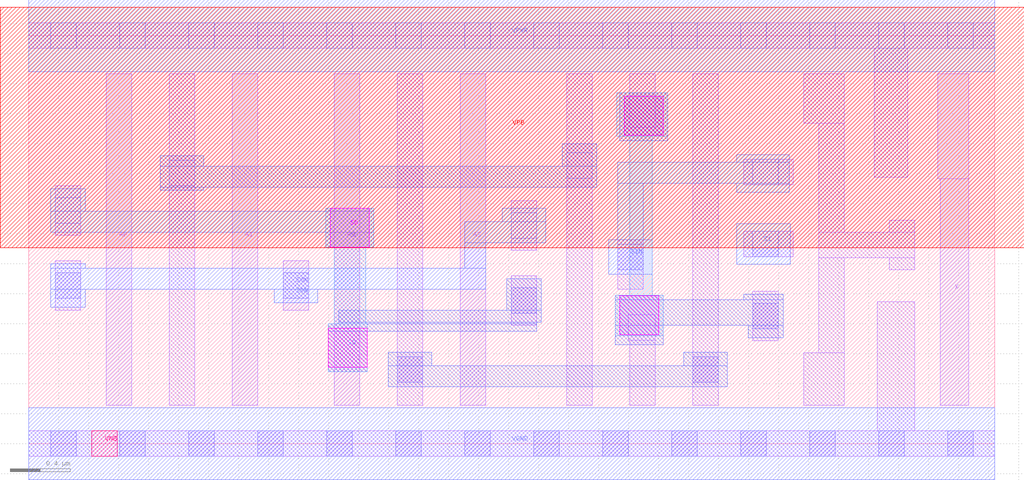
<source format=lef>
VERSION 5.7 ;
  NOWIREEXTENSIONATPIN ON ;
  DIVIDERCHAR "/" ;
  BUSBITCHARS "[]" ;
MACRO cus_tg_mux41_buf
  CLASS CORE ;
  FOREIGN cus_tg_mux41_buf ;
  ORIGIN 0.000 0.000 ;
  SIZE 6.440 BY 2.720 ;
  SYMMETRY X Y R90 ;
  SITE unithd ;
  PIN S0
    ANTENNAGATEAREA 0.216000 ;
    DIRECTION INPUT ;
    USE SIGNAL ;
    PORT
      LAYER met2 ;
        RECT 1.980 1.310 2.300 1.570 ;
        RECT 2.035 0.800 2.245 1.310 ;
        RECT 1.995 0.480 2.255 0.800 ;
    END
    PORT
      LAYER met1 ;
        RECT 0.145 1.550 0.375 1.700 ;
        RECT 1.980 1.550 2.300 1.570 ;
        RECT 0.145 1.410 2.300 1.550 ;
        RECT 1.980 1.310 2.300 1.410 ;
      LAYER via ;
        RECT 2.010 1.310 2.270 1.570 ;
    END
  END S0
  PIN S1N
    ANTENNAGATEAREA 0.108000 ;
    DIRECTION INPUT ;
    USE SIGNAL ;
    PORT
      LAYER met1 ;
        RECT 4.720 1.875 5.070 1.925 ;
        RECT 3.925 1.735 5.070 1.875 ;
        RECT 3.925 1.360 4.095 1.735 ;
        RECT 4.720 1.675 5.070 1.735 ;
        RECT 3.865 1.130 4.155 1.360 ;
    END
  END S1N
  PIN S1
    ANTENNAGATEAREA 0.108000 ;
    DIRECTION INPUT ;
    USE SIGNAL ;
    PORT
      LAYER met1 ;
        RECT 4.720 1.195 5.075 1.465 ;
    END
  END S1
  PIN S0N
    ANTENNAGATEAREA 0.216000 ;
    DIRECTION INPUT ;
    USE SIGNAL ;
    PORT
      LAYER met1 ;
        RECT 3.155 1.480 3.445 1.570 ;
        RECT 2.905 1.340 3.445 1.480 ;
        RECT 0.145 1.170 0.375 1.200 ;
        RECT 2.905 1.170 3.045 1.340 ;
        RECT 0.145 1.030 3.045 1.170 ;
        RECT 0.145 0.910 0.375 1.030 ;
        RECT 1.635 0.940 1.925 1.030 ;
    END
    PORT
      LAYER li1 ;
        RECT 1.695 0.890 1.865 1.220 ;
      LAYER mcon ;
        RECT 1.695 0.970 1.865 1.140 ;
    END
  END S0N
  PIN VGND
    DIRECTION INOUT ;
    SHAPE ABUTMENT ;
    USE GROUND ;
    PORT
      LAYER met1 ;
        RECT 0.000 -0.240 6.440 0.240 ;
    END
  END VGND
  PIN VPWR
    DIRECTION INOUT ;
    SHAPE ABUTMENT ;
    USE POWER ;
    PORT
      LAYER met1 ;
        RECT 0.000 2.480 6.440 2.960 ;
    END
  END VPWR
  PIN VPB
    DIRECTION INOUT ;
    USE POWER ;
    PORT
      LAYER nwell ;
        RECT -0.190 1.305 6.635 2.910 ;
    END
  END VPB
  PIN VNB
    DIRECTION INOUT ;
    USE GROUND ;
    PORT
      LAYER pwell ;
        RECT 0.420 -0.085 0.590 0.085 ;
    END
  END VNB
  PIN A2
    ANTENNADIFFAREA 0.187200 ;
    DIRECTION INPUT ;
    USE SIGNAL ;
    PORT
      LAYER li1 ;
        RECT 2.035 0.255 2.205 2.465 ;
    END
  END A2
  PIN A1
    ANTENNADIFFAREA 0.190800 ;
    DIRECTION INPUT ;
    USE SIGNAL ;
    PORT
      LAYER li1 ;
        RECT 1.355 0.255 1.525 2.465 ;
    END
  END A1
  PIN X
    ANTENNADIFFAREA 0.383600 ;
    DIRECTION OUTPUT ;
    USE SIGNAL ;
    PORT
      LAYER li1 ;
        RECT 6.060 1.765 6.265 2.465 ;
        RECT 6.075 0.255 6.265 1.765 ;
    END
  END X
  PIN A3
    ANTENNADIFFAREA 0.190800 ;
    DIRECTION INPUT ;
    USE SIGNAL ;
    PORT
      LAYER li1 ;
        RECT 2.875 0.255 3.045 2.465 ;
    END
  END A3
  PIN A0
    ANTENNADIFFAREA 0.187200 ;
    DIRECTION INPUT ;
    USE SIGNAL ;
    PORT
      LAYER li1 ;
        RECT 0.515 0.255 0.685 2.465 ;
    END
  END A0
  OBS
      LAYER li1 ;
        RECT 0.000 2.635 6.440 2.805 ;
        RECT 0.175 1.390 0.345 1.720 ;
        RECT 0.175 0.890 0.345 1.220 ;
        RECT 0.935 0.255 1.105 2.465 ;
        RECT 2.455 0.255 2.625 2.465 ;
        RECT 3.215 1.290 3.385 1.620 ;
        RECT 3.215 0.790 3.385 1.120 ;
        RECT 3.585 0.255 3.755 2.465 ;
        RECT 4.005 2.110 4.175 2.465 ;
        RECT 3.925 1.030 4.095 1.360 ;
        RECT 3.995 0.690 4.175 0.860 ;
        RECT 4.005 0.255 4.175 0.690 ;
        RECT 4.425 0.255 4.595 2.465 ;
        RECT 5.165 2.135 5.435 2.465 ;
        RECT 4.765 1.725 5.095 1.895 ;
        RECT 4.765 1.245 5.095 1.415 ;
        RECT 5.265 1.410 5.435 2.135 ;
        RECT 5.635 1.775 5.860 2.635 ;
        RECT 5.735 1.410 5.905 1.490 ;
        RECT 5.265 1.240 5.905 1.410 ;
        RECT 4.825 0.685 4.995 1.015 ;
        RECT 5.265 0.605 5.435 1.240 ;
        RECT 5.735 1.160 5.905 1.240 ;
        RECT 5.165 0.255 5.435 0.605 ;
        RECT 5.655 0.085 5.905 0.945 ;
        RECT 0.000 -0.085 6.440 0.085 ;
      LAYER mcon ;
        RECT 0.145 2.635 0.315 2.805 ;
        RECT 0.605 2.635 0.775 2.805 ;
        RECT 1.065 2.635 1.235 2.805 ;
        RECT 1.525 2.635 1.695 2.805 ;
        RECT 1.985 2.635 2.155 2.805 ;
        RECT 2.445 2.635 2.615 2.805 ;
        RECT 2.905 2.635 3.075 2.805 ;
        RECT 3.365 2.635 3.535 2.805 ;
        RECT 3.825 2.635 3.995 2.805 ;
        RECT 4.285 2.635 4.455 2.805 ;
        RECT 4.745 2.635 4.915 2.805 ;
        RECT 5.205 2.635 5.375 2.805 ;
        RECT 5.665 2.635 5.835 2.805 ;
        RECT 6.125 2.635 6.295 2.805 ;
        RECT 0.935 1.720 1.105 1.890 ;
        RECT 0.175 1.470 0.345 1.640 ;
        RECT 0.175 0.970 0.345 1.140 ;
        RECT 3.585 1.770 3.755 1.940 ;
        RECT 3.215 1.370 3.385 1.540 ;
        RECT 3.215 0.870 3.385 1.040 ;
        RECT 2.455 0.410 2.625 0.580 ;
        RECT 3.925 1.160 4.095 1.330 ;
        RECT 4.825 1.725 4.995 1.895 ;
        RECT 4.825 1.245 4.995 1.415 ;
        RECT 4.825 0.765 4.995 0.935 ;
        RECT 4.425 0.410 4.595 0.580 ;
        RECT 0.145 -0.085 0.315 0.085 ;
        RECT 0.605 -0.085 0.775 0.085 ;
        RECT 1.065 -0.085 1.235 0.085 ;
        RECT 1.525 -0.085 1.695 0.085 ;
        RECT 1.985 -0.085 2.155 0.085 ;
        RECT 2.445 -0.085 2.615 0.085 ;
        RECT 2.905 -0.085 3.075 0.085 ;
        RECT 3.365 -0.085 3.535 0.085 ;
        RECT 3.825 -0.085 3.995 0.085 ;
        RECT 4.285 -0.085 4.455 0.085 ;
        RECT 4.745 -0.085 4.915 0.085 ;
        RECT 5.205 -0.085 5.375 0.085 ;
        RECT 5.665 -0.085 5.835 0.085 ;
        RECT 6.125 -0.085 6.295 0.085 ;
      LAYER met1 ;
        RECT 3.940 2.020 4.260 2.340 ;
        RECT 0.875 1.850 1.165 1.920 ;
        RECT 3.555 1.850 3.785 2.000 ;
        RECT 0.875 1.710 3.785 1.850 ;
        RECT 0.875 1.690 1.165 1.710 ;
        RECT 3.185 0.890 3.415 1.100 ;
        RECT 2.065 0.810 3.415 0.890 ;
        RECT 3.910 0.960 4.230 0.990 ;
        RECT 4.765 0.960 5.030 0.995 ;
        RECT 2.065 0.800 3.385 0.810 ;
        RECT 1.995 0.750 3.385 0.800 ;
        RECT 3.910 0.790 5.030 0.960 ;
        RECT 1.995 0.480 2.255 0.750 ;
        RECT 3.910 0.660 4.230 0.790 ;
        RECT 4.795 0.705 5.030 0.790 ;
        RECT 2.395 0.520 2.685 0.610 ;
        RECT 4.365 0.520 4.655 0.610 ;
        RECT 2.395 0.380 4.655 0.520 ;
      LAYER via ;
        RECT 3.970 2.055 4.230 2.315 ;
        RECT 1.995 0.510 2.255 0.770 ;
        RECT 3.940 0.725 4.200 0.985 ;
      LAYER met2 ;
        RECT 3.920 2.050 4.260 2.340 ;
        RECT 4.005 0.990 4.155 2.050 ;
        RECT 3.910 0.720 4.230 0.990 ;
  END
END cus_tg_mux41_buf
END LIBRARY


</source>
